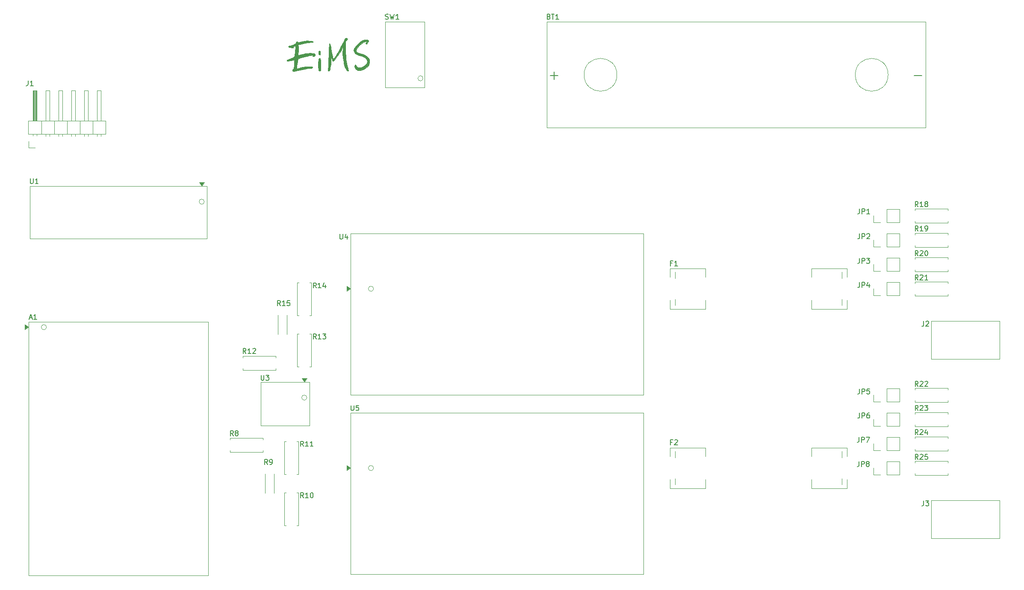
<source format=gto>
G04 #@! TF.GenerationSoftware,KiCad,Pcbnew,(5.1.7-0-10_14)*
G04 #@! TF.CreationDate,2021-05-27T14:06:25+09:00*
G04 #@! TF.ProjectId,EiMS,45694d53-2e6b-4696-9361-645f70636258,1.0*
G04 #@! TF.SameCoordinates,Original*
G04 #@! TF.FileFunction,Legend,Top*
G04 #@! TF.FilePolarity,Positive*
%FSLAX46Y46*%
G04 Gerber Fmt 4.6, Leading zero omitted, Abs format (unit mm)*
G04 Created by KiCad (PCBNEW (5.1.7-0-10_14)) date 2021-05-27 14:06:25*
%MOMM*%
%LPD*%
G01*
G04 APERTURE LIST*
%ADD10C,0.120000*%
%ADD11C,0.100000*%
%ADD12C,0.010000*%
%ADD13C,0.150000*%
G04 APERTURE END LIST*
D10*
X86002000Y-74892000D02*
X50950000Y-74892000D01*
X50950000Y-74892000D02*
X50950000Y-85306000D01*
X50950000Y-85306000D02*
X86002000Y-85306000D01*
X86002000Y-85306000D02*
X86002000Y-74892000D01*
X85494000Y-77940000D02*
G75*
G03*
X85494000Y-77940000I-508000J0D01*
G01*
D11*
G36*
X84986000Y-74892000D02*
G01*
X84478000Y-74130000D01*
X85494000Y-74130000D01*
X84986000Y-74892000D01*
G37*
X84986000Y-74892000D02*
X84478000Y-74130000D01*
X85494000Y-74130000D01*
X84986000Y-74892000D01*
D10*
X54242000Y-102832000D02*
G75*
G03*
X54242000Y-102832000I-508000J0D01*
G01*
X50686000Y-101816000D02*
X50686000Y-152108000D01*
X50686000Y-152108000D02*
X86246000Y-152108000D01*
X86246000Y-152108000D02*
X86246000Y-101816000D01*
X86246000Y-101816000D02*
X50686000Y-101816000D01*
D11*
G36*
X50686000Y-102832000D02*
G01*
X49924000Y-103340000D01*
X49924000Y-102324000D01*
X50686000Y-102832000D01*
G37*
X50686000Y-102832000D02*
X49924000Y-103340000D01*
X49924000Y-102324000D01*
X50686000Y-102832000D01*
D10*
X114476000Y-119852000D02*
X114476000Y-151852000D01*
X114476000Y-119852000D02*
X172476000Y-119852000D01*
X114476000Y-151852000D02*
X172476000Y-151852000D01*
X172476000Y-119852000D02*
X172476000Y-151852000D01*
D11*
G36*
X113678000Y-131280000D02*
G01*
X113678000Y-130264000D01*
X114440000Y-130772000D01*
X113678000Y-131280000D01*
G37*
X113678000Y-131280000D02*
X113678000Y-130264000D01*
X114440000Y-130772000D01*
X113678000Y-131280000D01*
D10*
X119012000Y-130772000D02*
G75*
G03*
X119012000Y-130772000I-508000J0D01*
G01*
X114476000Y-84292000D02*
X114476000Y-116292000D01*
X114476000Y-84292000D02*
X172476000Y-84292000D01*
X114476000Y-116292000D02*
X172476000Y-116292000D01*
X172476000Y-84292000D02*
X172476000Y-116292000D01*
D11*
G36*
X113678000Y-95720000D02*
G01*
X113678000Y-94704000D01*
X114440000Y-95212000D01*
X113678000Y-95720000D01*
G37*
X113678000Y-95720000D02*
X113678000Y-94704000D01*
X114440000Y-95212000D01*
X113678000Y-95720000D01*
D10*
X119012000Y-95212000D02*
G75*
G03*
X119012000Y-95212000I-508000J0D01*
G01*
X153312000Y-63279000D02*
X228312000Y-63279000D01*
X228312000Y-63279000D02*
X228312000Y-42279000D01*
X228312000Y-42279000D02*
X153312000Y-42279000D01*
X153312000Y-42279000D02*
X153312000Y-63279000D01*
X167212000Y-52779000D02*
G75*
G03*
X167212000Y-52779000I-3250000J0D01*
G01*
X220912000Y-52779000D02*
G75*
G03*
X220912000Y-52779000I-3250000J0D01*
G01*
D12*
G36*
X108303619Y-47986252D02*
G01*
X108379286Y-48009207D01*
X108424093Y-48070643D01*
X108448414Y-48199756D01*
X108462623Y-48425741D01*
X108463026Y-48434875D01*
X108467632Y-48671476D01*
X108452960Y-48805161D01*
X108415144Y-48859076D01*
X108391426Y-48863500D01*
X108274757Y-48818658D01*
X108230152Y-48778072D01*
X108149848Y-48611529D01*
X108107599Y-48385730D01*
X108114291Y-48165478D01*
X108121524Y-48131463D01*
X108181505Y-48008647D01*
X108292804Y-47984865D01*
X108303619Y-47986252D01*
G37*
X108303619Y-47986252D02*
X108379286Y-48009207D01*
X108424093Y-48070643D01*
X108448414Y-48199756D01*
X108462623Y-48425741D01*
X108463026Y-48434875D01*
X108467632Y-48671476D01*
X108452960Y-48805161D01*
X108415144Y-48859076D01*
X108391426Y-48863500D01*
X108274757Y-48818658D01*
X108230152Y-48778072D01*
X108149848Y-48611529D01*
X108107599Y-48385730D01*
X108114291Y-48165478D01*
X108121524Y-48131463D01*
X108181505Y-48008647D01*
X108292804Y-47984865D01*
X108303619Y-47986252D01*
G36*
X117792752Y-45834614D02*
G01*
X117966177Y-45929755D01*
X118028004Y-46077028D01*
X117975214Y-46267188D01*
X117804787Y-46490992D01*
X117752972Y-46542156D01*
X117608271Y-46658552D01*
X117514972Y-46678271D01*
X117486090Y-46659490D01*
X117461999Y-46575632D01*
X117527628Y-46441568D01*
X117561373Y-46393989D01*
X117643756Y-46258566D01*
X117668046Y-46166116D01*
X117662343Y-46154177D01*
X117582430Y-46147647D01*
X117423108Y-46177294D01*
X117285854Y-46216036D01*
X116999537Y-46345588D01*
X116687384Y-46550253D01*
X116372739Y-46807382D01*
X116078948Y-47094327D01*
X115829355Y-47388440D01*
X115647305Y-47667071D01*
X115559389Y-47890988D01*
X115551721Y-48049751D01*
X115613592Y-48180822D01*
X115759320Y-48295810D01*
X116003225Y-48406323D01*
X116328595Y-48514617D01*
X116944103Y-48735485D01*
X117442444Y-48988428D01*
X117822339Y-49271841D01*
X118082507Y-49584120D01*
X118221669Y-49923660D01*
X118238544Y-50288857D01*
X118131853Y-50678106D01*
X118104256Y-50740310D01*
X117901689Y-51062111D01*
X117621328Y-51350454D01*
X117286269Y-51594617D01*
X116919602Y-51783878D01*
X116544422Y-51907513D01*
X116183821Y-51954800D01*
X115860892Y-51915018D01*
X115708628Y-51852643D01*
X115446399Y-51649771D01*
X115296041Y-51391719D01*
X115259153Y-51140884D01*
X115285119Y-50916416D01*
X115346219Y-50787241D01*
X115428400Y-50761997D01*
X115517608Y-50849323D01*
X115566015Y-50952253D01*
X115707314Y-51160792D01*
X115929623Y-51297776D01*
X116204574Y-51356187D01*
X116503796Y-51329005D01*
X116738693Y-51242394D01*
X117146506Y-50996141D01*
X117453592Y-50728867D01*
X117655324Y-50449771D01*
X117747076Y-50168048D01*
X117724221Y-49892894D01*
X117582131Y-49633506D01*
X117560830Y-49608383D01*
X117325336Y-49406684D01*
X116988024Y-49211542D01*
X116573921Y-49035709D01*
X116205452Y-48917869D01*
X115863296Y-48813829D01*
X115615566Y-48713070D01*
X115431053Y-48600287D01*
X115283860Y-48465889D01*
X115128371Y-48216381D01*
X115094726Y-47931285D01*
X115182933Y-47610578D01*
X115393001Y-47254236D01*
X115724938Y-46862236D01*
X115927439Y-46661515D01*
X116370709Y-46279962D01*
X116775759Y-46012268D01*
X117150679Y-45854036D01*
X117503557Y-45800868D01*
X117510750Y-45800846D01*
X117792752Y-45834614D01*
G37*
X117792752Y-45834614D02*
X117966177Y-45929755D01*
X118028004Y-46077028D01*
X117975214Y-46267188D01*
X117804787Y-46490992D01*
X117752972Y-46542156D01*
X117608271Y-46658552D01*
X117514972Y-46678271D01*
X117486090Y-46659490D01*
X117461999Y-46575632D01*
X117527628Y-46441568D01*
X117561373Y-46393989D01*
X117643756Y-46258566D01*
X117668046Y-46166116D01*
X117662343Y-46154177D01*
X117582430Y-46147647D01*
X117423108Y-46177294D01*
X117285854Y-46216036D01*
X116999537Y-46345588D01*
X116687384Y-46550253D01*
X116372739Y-46807382D01*
X116078948Y-47094327D01*
X115829355Y-47388440D01*
X115647305Y-47667071D01*
X115559389Y-47890988D01*
X115551721Y-48049751D01*
X115613592Y-48180822D01*
X115759320Y-48295810D01*
X116003225Y-48406323D01*
X116328595Y-48514617D01*
X116944103Y-48735485D01*
X117442444Y-48988428D01*
X117822339Y-49271841D01*
X118082507Y-49584120D01*
X118221669Y-49923660D01*
X118238544Y-50288857D01*
X118131853Y-50678106D01*
X118104256Y-50740310D01*
X117901689Y-51062111D01*
X117621328Y-51350454D01*
X117286269Y-51594617D01*
X116919602Y-51783878D01*
X116544422Y-51907513D01*
X116183821Y-51954800D01*
X115860892Y-51915018D01*
X115708628Y-51852643D01*
X115446399Y-51649771D01*
X115296041Y-51391719D01*
X115259153Y-51140884D01*
X115285119Y-50916416D01*
X115346219Y-50787241D01*
X115428400Y-50761997D01*
X115517608Y-50849323D01*
X115566015Y-50952253D01*
X115707314Y-51160792D01*
X115929623Y-51297776D01*
X116204574Y-51356187D01*
X116503796Y-51329005D01*
X116738693Y-51242394D01*
X117146506Y-50996141D01*
X117453592Y-50728867D01*
X117655324Y-50449771D01*
X117747076Y-50168048D01*
X117724221Y-49892894D01*
X117582131Y-49633506D01*
X117560830Y-49608383D01*
X117325336Y-49406684D01*
X116988024Y-49211542D01*
X116573921Y-49035709D01*
X116205452Y-48917869D01*
X115863296Y-48813829D01*
X115615566Y-48713070D01*
X115431053Y-48600287D01*
X115283860Y-48465889D01*
X115128371Y-48216381D01*
X115094726Y-47931285D01*
X115182933Y-47610578D01*
X115393001Y-47254236D01*
X115724938Y-46862236D01*
X115927439Y-46661515D01*
X116370709Y-46279962D01*
X116775759Y-46012268D01*
X117150679Y-45854036D01*
X117503557Y-45800868D01*
X117510750Y-45800846D01*
X117792752Y-45834614D01*
G36*
X113776350Y-45526464D02*
G01*
X113850078Y-45613313D01*
X113813631Y-45760731D01*
X113688452Y-45945216D01*
X113487338Y-46195475D01*
X113485295Y-47735862D01*
X113485898Y-48245658D01*
X113490379Y-48655045D01*
X113500480Y-48990596D01*
X113517943Y-49278886D01*
X113544511Y-49546487D01*
X113581926Y-49819973D01*
X113631931Y-50125917D01*
X113648135Y-50219358D01*
X113716723Y-50587659D01*
X113790827Y-50945636D01*
X113862731Y-51258416D01*
X113924726Y-51491127D01*
X113940268Y-51540201D01*
X114001273Y-51746687D01*
X114032913Y-51906727D01*
X114030261Y-51978217D01*
X113940316Y-52036788D01*
X113816428Y-51974821D01*
X113657533Y-51791740D01*
X113641000Y-51768625D01*
X113514896Y-51574579D01*
X113410020Y-51371437D01*
X113316848Y-51133233D01*
X113225855Y-50834007D01*
X113127518Y-50447795D01*
X113075876Y-50228070D01*
X112937922Y-49397923D01*
X112891172Y-48518777D01*
X112937736Y-47632135D01*
X112941972Y-47593500D01*
X112988263Y-47180750D01*
X112663530Y-47778923D01*
X112487316Y-48091764D01*
X112290502Y-48422864D01*
X112105223Y-48718751D01*
X112033830Y-48826673D01*
X111870879Y-49055364D01*
X111681218Y-49303819D01*
X111483671Y-49549457D01*
X111297059Y-49769700D01*
X111140204Y-49941968D01*
X111031929Y-50043681D01*
X111005935Y-50059751D01*
X110953518Y-50018127D01*
X110872571Y-49888262D01*
X110793544Y-49726376D01*
X110708792Y-49540448D01*
X110645487Y-49412170D01*
X110619925Y-49372033D01*
X110610812Y-49431098D01*
X110600170Y-49589136D01*
X110589677Y-49818162D01*
X110584728Y-49959408D01*
X110566566Y-50295881D01*
X110534388Y-50661023D01*
X110492034Y-51026838D01*
X110443343Y-51365334D01*
X110392158Y-51648518D01*
X110342317Y-51848396D01*
X110316720Y-51912956D01*
X110207848Y-52014100D01*
X110115815Y-52038500D01*
X110052296Y-52031848D01*
X110015402Y-51995487D01*
X110000935Y-51904805D01*
X110004696Y-51735188D01*
X110021022Y-51482875D01*
X110032638Y-51282347D01*
X110047267Y-50975127D01*
X110064093Y-50581464D01*
X110082303Y-50121605D01*
X110101080Y-49615802D01*
X110119609Y-49084302D01*
X110129022Y-48800000D01*
X110147203Y-48291431D01*
X110167150Y-47822872D01*
X110187967Y-47409563D01*
X110208756Y-47066744D01*
X110228620Y-46809656D01*
X110246662Y-46653540D01*
X110257799Y-46612424D01*
X110321482Y-46579857D01*
X110377537Y-46628943D01*
X110430182Y-46770988D01*
X110483637Y-47017301D01*
X110540948Y-47371250D01*
X110668853Y-48155240D01*
X110802958Y-48817186D01*
X110925980Y-49299510D01*
X111023841Y-49640270D01*
X111175128Y-49498144D01*
X111268769Y-49384476D01*
X111409292Y-49181797D01*
X111582930Y-48912682D01*
X111775915Y-48599702D01*
X111974481Y-48265430D01*
X112164861Y-47932439D01*
X112333289Y-47623302D01*
X112413893Y-47467017D01*
X112554232Y-47200289D01*
X112726160Y-46891511D01*
X112893316Y-46605927D01*
X112898958Y-46596618D01*
X113034710Y-46355919D01*
X113145013Y-46128951D01*
X113210139Y-45957141D01*
X113216736Y-45929350D01*
X113275973Y-45695013D01*
X113357047Y-45562302D01*
X113482032Y-45505841D01*
X113591977Y-45497999D01*
X113776350Y-45526464D01*
G37*
X113776350Y-45526464D02*
X113850078Y-45613313D01*
X113813631Y-45760731D01*
X113688452Y-45945216D01*
X113487338Y-46195475D01*
X113485295Y-47735862D01*
X113485898Y-48245658D01*
X113490379Y-48655045D01*
X113500480Y-48990596D01*
X113517943Y-49278886D01*
X113544511Y-49546487D01*
X113581926Y-49819973D01*
X113631931Y-50125917D01*
X113648135Y-50219358D01*
X113716723Y-50587659D01*
X113790827Y-50945636D01*
X113862731Y-51258416D01*
X113924726Y-51491127D01*
X113940268Y-51540201D01*
X114001273Y-51746687D01*
X114032913Y-51906727D01*
X114030261Y-51978217D01*
X113940316Y-52036788D01*
X113816428Y-51974821D01*
X113657533Y-51791740D01*
X113641000Y-51768625D01*
X113514896Y-51574579D01*
X113410020Y-51371437D01*
X113316848Y-51133233D01*
X113225855Y-50834007D01*
X113127518Y-50447795D01*
X113075876Y-50228070D01*
X112937922Y-49397923D01*
X112891172Y-48518777D01*
X112937736Y-47632135D01*
X112941972Y-47593500D01*
X112988263Y-47180750D01*
X112663530Y-47778923D01*
X112487316Y-48091764D01*
X112290502Y-48422864D01*
X112105223Y-48718751D01*
X112033830Y-48826673D01*
X111870879Y-49055364D01*
X111681218Y-49303819D01*
X111483671Y-49549457D01*
X111297059Y-49769700D01*
X111140204Y-49941968D01*
X111031929Y-50043681D01*
X111005935Y-50059751D01*
X110953518Y-50018127D01*
X110872571Y-49888262D01*
X110793544Y-49726376D01*
X110708792Y-49540448D01*
X110645487Y-49412170D01*
X110619925Y-49372033D01*
X110610812Y-49431098D01*
X110600170Y-49589136D01*
X110589677Y-49818162D01*
X110584728Y-49959408D01*
X110566566Y-50295881D01*
X110534388Y-50661023D01*
X110492034Y-51026838D01*
X110443343Y-51365334D01*
X110392158Y-51648518D01*
X110342317Y-51848396D01*
X110316720Y-51912956D01*
X110207848Y-52014100D01*
X110115815Y-52038500D01*
X110052296Y-52031848D01*
X110015402Y-51995487D01*
X110000935Y-51904805D01*
X110004696Y-51735188D01*
X110021022Y-51482875D01*
X110032638Y-51282347D01*
X110047267Y-50975127D01*
X110064093Y-50581464D01*
X110082303Y-50121605D01*
X110101080Y-49615802D01*
X110119609Y-49084302D01*
X110129022Y-48800000D01*
X110147203Y-48291431D01*
X110167150Y-47822872D01*
X110187967Y-47409563D01*
X110208756Y-47066744D01*
X110228620Y-46809656D01*
X110246662Y-46653540D01*
X110257799Y-46612424D01*
X110321482Y-46579857D01*
X110377537Y-46628943D01*
X110430182Y-46770988D01*
X110483637Y-47017301D01*
X110540948Y-47371250D01*
X110668853Y-48155240D01*
X110802958Y-48817186D01*
X110925980Y-49299510D01*
X111023841Y-49640270D01*
X111175128Y-49498144D01*
X111268769Y-49384476D01*
X111409292Y-49181797D01*
X111582930Y-48912682D01*
X111775915Y-48599702D01*
X111974481Y-48265430D01*
X112164861Y-47932439D01*
X112333289Y-47623302D01*
X112413893Y-47467017D01*
X112554232Y-47200289D01*
X112726160Y-46891511D01*
X112893316Y-46605927D01*
X112898958Y-46596618D01*
X113034710Y-46355919D01*
X113145013Y-46128951D01*
X113210139Y-45957141D01*
X113216736Y-45929350D01*
X113275973Y-45695013D01*
X113357047Y-45562302D01*
X113482032Y-45505841D01*
X113591977Y-45497999D01*
X113776350Y-45526464D01*
G36*
X108378087Y-49464918D02*
G01*
X108392905Y-49473472D01*
X108434299Y-49510970D01*
X108465983Y-49577861D01*
X108490184Y-49691943D01*
X108509127Y-49871011D01*
X108525040Y-50132863D01*
X108540149Y-50495295D01*
X108547821Y-50711722D01*
X108561166Y-51156277D01*
X108564960Y-51489706D01*
X108556856Y-51727679D01*
X108534506Y-51885867D01*
X108495561Y-51979938D01*
X108437674Y-52025564D01*
X108358495Y-52038414D01*
X108349000Y-52038500D01*
X108217900Y-51996719D01*
X108174800Y-51959125D01*
X108124257Y-51828442D01*
X108086293Y-51594330D01*
X108062368Y-51279873D01*
X108053944Y-50908153D01*
X108062483Y-50502255D01*
X108071491Y-50326927D01*
X108102947Y-49941392D01*
X108145527Y-49672536D01*
X108203038Y-49510245D01*
X108279289Y-49444410D01*
X108378087Y-49464918D01*
G37*
X108378087Y-49464918D02*
X108392905Y-49473472D01*
X108434299Y-49510970D01*
X108465983Y-49577861D01*
X108490184Y-49691943D01*
X108509127Y-49871011D01*
X108525040Y-50132863D01*
X108540149Y-50495295D01*
X108547821Y-50711722D01*
X108561166Y-51156277D01*
X108564960Y-51489706D01*
X108556856Y-51727679D01*
X108534506Y-51885867D01*
X108495561Y-51979938D01*
X108437674Y-52025564D01*
X108358495Y-52038414D01*
X108349000Y-52038500D01*
X108217900Y-51996719D01*
X108174800Y-51959125D01*
X108124257Y-51828442D01*
X108086293Y-51594330D01*
X108062368Y-51279873D01*
X108053944Y-50908153D01*
X108062483Y-50502255D01*
X108071491Y-50326927D01*
X108102947Y-49941392D01*
X108145527Y-49672536D01*
X108203038Y-49510245D01*
X108279289Y-49444410D01*
X108378087Y-49464918D01*
G36*
X106347272Y-46037306D02*
G01*
X106650095Y-46068896D01*
X106847125Y-46100577D01*
X106959423Y-46138503D01*
X107008051Y-46188826D01*
X107015500Y-46232529D01*
X106979456Y-46288325D01*
X106857099Y-46316724D01*
X106668469Y-46323500D01*
X106483390Y-46337725D01*
X106203928Y-46376712D01*
X105859033Y-46434931D01*
X105477656Y-46506850D01*
X105088747Y-46586938D01*
X104721258Y-46669664D01*
X104404139Y-46749496D01*
X104328026Y-46770659D01*
X104085302Y-46840008D01*
X104122015Y-47232629D01*
X104133163Y-47473735D01*
X104132111Y-47788766D01*
X104119476Y-48125296D01*
X104109702Y-48276125D01*
X104092889Y-48545809D01*
X104086138Y-48760983D01*
X104089867Y-48895247D01*
X104099397Y-48927000D01*
X104175858Y-48907845D01*
X104334115Y-48858232D01*
X104491876Y-48805289D01*
X104989386Y-48659883D01*
X105508153Y-48553907D01*
X106019683Y-48489983D01*
X106495483Y-48470738D01*
X106907061Y-48498797D01*
X107174250Y-48558152D01*
X107338153Y-48624693D01*
X107411466Y-48703290D01*
X107428250Y-48829387D01*
X107408585Y-48961044D01*
X107326812Y-49045670D01*
X107188700Y-49108144D01*
X106996381Y-49161611D01*
X106901024Y-49140799D01*
X106906345Y-49047419D01*
X106936353Y-48991957D01*
X106973811Y-48915773D01*
X106938152Y-48889945D01*
X106805275Y-48901588D01*
X106775199Y-48905809D01*
X106614952Y-48934888D01*
X106368565Y-48987158D01*
X106059446Y-49056919D01*
X105711001Y-49138471D01*
X105346639Y-49226115D01*
X104989767Y-49314151D01*
X104663792Y-49396879D01*
X104392121Y-49468599D01*
X104198163Y-49523613D01*
X104106316Y-49555676D01*
X104058920Y-49602904D01*
X104017465Y-49701173D01*
X103977920Y-49868381D01*
X103936254Y-50122428D01*
X103888437Y-50481212D01*
X103876862Y-50574593D01*
X103838184Y-50909388D01*
X103809463Y-51197929D01*
X103792590Y-51417565D01*
X103789457Y-51545649D01*
X103793846Y-51568513D01*
X103866015Y-51566438D01*
X104028549Y-51530922D01*
X104251423Y-51468960D01*
X104345416Y-51440022D01*
X104970191Y-51273700D01*
X105600107Y-51173746D01*
X106276816Y-51131457D01*
X106553932Y-51128197D01*
X106731590Y-51137669D01*
X106837053Y-51164215D01*
X106897584Y-51212177D01*
X106911816Y-51232594D01*
X106935828Y-51354632D01*
X106855403Y-51445384D01*
X106691899Y-51491013D01*
X106520102Y-51486337D01*
X106338206Y-51485214D01*
X106058618Y-51512040D01*
X105706456Y-51562419D01*
X105306840Y-51631953D01*
X104884890Y-51716244D01*
X104465724Y-51810897D01*
X104074461Y-51911514D01*
X104046206Y-51919384D01*
X103657797Y-52021552D01*
X103370923Y-52079639D01*
X103168552Y-52095072D01*
X103033653Y-52069276D01*
X102954868Y-52010809D01*
X102920054Y-51881872D01*
X102980413Y-51734206D01*
X103118308Y-51607415D01*
X103140024Y-51595057D01*
X103189853Y-51556988D01*
X103225044Y-51490916D01*
X103248863Y-51375538D01*
X103264576Y-51189554D01*
X103275449Y-50911662D01*
X103281443Y-50672745D01*
X103285989Y-50359527D01*
X103285005Y-50097653D01*
X103278944Y-49910242D01*
X103268261Y-49820416D01*
X103264650Y-49815893D01*
X103187985Y-49832625D01*
X103031255Y-49875324D01*
X102914096Y-49909382D01*
X102662809Y-49966500D01*
X102370755Y-50008581D01*
X102219946Y-50020507D01*
X102008368Y-50026253D01*
X101894085Y-50012651D01*
X101847866Y-49971291D01*
X101840250Y-49911250D01*
X101888240Y-49801762D01*
X101999000Y-49763344D01*
X102124065Y-49729534D01*
X102330918Y-49655667D01*
X102585750Y-49554286D01*
X102745715Y-49486297D01*
X103040475Y-49350494D01*
X103230922Y-49243146D01*
X103333617Y-49153731D01*
X103362538Y-49094452D01*
X103378126Y-48989535D01*
X103401484Y-48794016D01*
X103430048Y-48533708D01*
X103461254Y-48234425D01*
X103492538Y-47921979D01*
X103521335Y-47622186D01*
X103545082Y-47360858D01*
X103561213Y-47163808D01*
X103567165Y-47056851D01*
X103566117Y-47045073D01*
X103506342Y-47059705D01*
X103371476Y-47108761D01*
X103323616Y-47127667D01*
X103172464Y-47203547D01*
X103119910Y-47282916D01*
X103127094Y-47352859D01*
X103137983Y-47441384D01*
X103082677Y-47458258D01*
X102977227Y-47432926D01*
X102790194Y-47397114D01*
X102565690Y-47375883D01*
X102524518Y-47374412D01*
X102304824Y-47341216D01*
X102174478Y-47268824D01*
X102139200Y-47179753D01*
X102204709Y-47096519D01*
X102376727Y-47041641D01*
X102438267Y-47034897D01*
X102586864Y-47001753D01*
X102807055Y-46927156D01*
X103056515Y-46825794D01*
X103111113Y-46801366D01*
X103364148Y-46678402D01*
X103523627Y-46577568D01*
X103615871Y-46479064D01*
X103658641Y-46389505D01*
X103749349Y-46246225D01*
X103868548Y-46194885D01*
X103981344Y-46245311D01*
X104013300Y-46289617D01*
X104057547Y-46335952D01*
X104138024Y-46344102D01*
X104285108Y-46312156D01*
X104453689Y-46261890D01*
X104915639Y-46146071D01*
X105420900Y-46065902D01*
X105916653Y-46027646D01*
X106347272Y-46037306D01*
G37*
X106347272Y-46037306D02*
X106650095Y-46068896D01*
X106847125Y-46100577D01*
X106959423Y-46138503D01*
X107008051Y-46188826D01*
X107015500Y-46232529D01*
X106979456Y-46288325D01*
X106857099Y-46316724D01*
X106668469Y-46323500D01*
X106483390Y-46337725D01*
X106203928Y-46376712D01*
X105859033Y-46434931D01*
X105477656Y-46506850D01*
X105088747Y-46586938D01*
X104721258Y-46669664D01*
X104404139Y-46749496D01*
X104328026Y-46770659D01*
X104085302Y-46840008D01*
X104122015Y-47232629D01*
X104133163Y-47473735D01*
X104132111Y-47788766D01*
X104119476Y-48125296D01*
X104109702Y-48276125D01*
X104092889Y-48545809D01*
X104086138Y-48760983D01*
X104089867Y-48895247D01*
X104099397Y-48927000D01*
X104175858Y-48907845D01*
X104334115Y-48858232D01*
X104491876Y-48805289D01*
X104989386Y-48659883D01*
X105508153Y-48553907D01*
X106019683Y-48489983D01*
X106495483Y-48470738D01*
X106907061Y-48498797D01*
X107174250Y-48558152D01*
X107338153Y-48624693D01*
X107411466Y-48703290D01*
X107428250Y-48829387D01*
X107408585Y-48961044D01*
X107326812Y-49045670D01*
X107188700Y-49108144D01*
X106996381Y-49161611D01*
X106901024Y-49140799D01*
X106906345Y-49047419D01*
X106936353Y-48991957D01*
X106973811Y-48915773D01*
X106938152Y-48889945D01*
X106805275Y-48901588D01*
X106775199Y-48905809D01*
X106614952Y-48934888D01*
X106368565Y-48987158D01*
X106059446Y-49056919D01*
X105711001Y-49138471D01*
X105346639Y-49226115D01*
X104989767Y-49314151D01*
X104663792Y-49396879D01*
X104392121Y-49468599D01*
X104198163Y-49523613D01*
X104106316Y-49555676D01*
X104058920Y-49602904D01*
X104017465Y-49701173D01*
X103977920Y-49868381D01*
X103936254Y-50122428D01*
X103888437Y-50481212D01*
X103876862Y-50574593D01*
X103838184Y-50909388D01*
X103809463Y-51197929D01*
X103792590Y-51417565D01*
X103789457Y-51545649D01*
X103793846Y-51568513D01*
X103866015Y-51566438D01*
X104028549Y-51530922D01*
X104251423Y-51468960D01*
X104345416Y-51440022D01*
X104970191Y-51273700D01*
X105600107Y-51173746D01*
X106276816Y-51131457D01*
X106553932Y-51128197D01*
X106731590Y-51137669D01*
X106837053Y-51164215D01*
X106897584Y-51212177D01*
X106911816Y-51232594D01*
X106935828Y-51354632D01*
X106855403Y-51445384D01*
X106691899Y-51491013D01*
X106520102Y-51486337D01*
X106338206Y-51485214D01*
X106058618Y-51512040D01*
X105706456Y-51562419D01*
X105306840Y-51631953D01*
X104884890Y-51716244D01*
X104465724Y-51810897D01*
X104074461Y-51911514D01*
X104046206Y-51919384D01*
X103657797Y-52021552D01*
X103370923Y-52079639D01*
X103168552Y-52095072D01*
X103033653Y-52069276D01*
X102954868Y-52010809D01*
X102920054Y-51881872D01*
X102980413Y-51734206D01*
X103118308Y-51607415D01*
X103140024Y-51595057D01*
X103189853Y-51556988D01*
X103225044Y-51490916D01*
X103248863Y-51375538D01*
X103264576Y-51189554D01*
X103275449Y-50911662D01*
X103281443Y-50672745D01*
X103285989Y-50359527D01*
X103285005Y-50097653D01*
X103278944Y-49910242D01*
X103268261Y-49820416D01*
X103264650Y-49815893D01*
X103187985Y-49832625D01*
X103031255Y-49875324D01*
X102914096Y-49909382D01*
X102662809Y-49966500D01*
X102370755Y-50008581D01*
X102219946Y-50020507D01*
X102008368Y-50026253D01*
X101894085Y-50012651D01*
X101847866Y-49971291D01*
X101840250Y-49911250D01*
X101888240Y-49801762D01*
X101999000Y-49763344D01*
X102124065Y-49729534D01*
X102330918Y-49655667D01*
X102585750Y-49554286D01*
X102745715Y-49486297D01*
X103040475Y-49350494D01*
X103230922Y-49243146D01*
X103333617Y-49153731D01*
X103362538Y-49094452D01*
X103378126Y-48989535D01*
X103401484Y-48794016D01*
X103430048Y-48533708D01*
X103461254Y-48234425D01*
X103492538Y-47921979D01*
X103521335Y-47622186D01*
X103545082Y-47360858D01*
X103561213Y-47163808D01*
X103567165Y-47056851D01*
X103566117Y-47045073D01*
X103506342Y-47059705D01*
X103371476Y-47108761D01*
X103323616Y-47127667D01*
X103172464Y-47203547D01*
X103119910Y-47282916D01*
X103127094Y-47352859D01*
X103137983Y-47441384D01*
X103082677Y-47458258D01*
X102977227Y-47432926D01*
X102790194Y-47397114D01*
X102565690Y-47375883D01*
X102524518Y-47374412D01*
X102304824Y-47341216D01*
X102174478Y-47268824D01*
X102139200Y-47179753D01*
X102204709Y-47096519D01*
X102376727Y-47041641D01*
X102438267Y-47034897D01*
X102586864Y-47001753D01*
X102807055Y-46927156D01*
X103056515Y-46825794D01*
X103111113Y-46801366D01*
X103364148Y-46678402D01*
X103523627Y-46577568D01*
X103615871Y-46479064D01*
X103658641Y-46389505D01*
X103749349Y-46246225D01*
X103868548Y-46194885D01*
X103981344Y-46245311D01*
X104013300Y-46289617D01*
X104057547Y-46335952D01*
X104138024Y-46344102D01*
X104285108Y-46312156D01*
X104453689Y-46261890D01*
X104915639Y-46146071D01*
X105420900Y-46065902D01*
X105916653Y-46027646D01*
X106347272Y-46037306D01*
D10*
X229464000Y-144682000D02*
X242964000Y-144682000D01*
X229464000Y-137182000D02*
X229464000Y-144682000D01*
X242964000Y-137182000D02*
X229464000Y-137182000D01*
X242964000Y-144682000D02*
X242964000Y-137182000D01*
X211738000Y-91910000D02*
X211738000Y-93142000D01*
X211738000Y-97282000D02*
X211738000Y-98514000D01*
X178738000Y-97282000D02*
X178738000Y-98514000D01*
X212738000Y-99262000D02*
X205738000Y-99262000D01*
X212738000Y-97498000D02*
X212738000Y-99262000D01*
X212738000Y-91162000D02*
X205738000Y-91162000D01*
X212738000Y-91162000D02*
X212738000Y-92926000D01*
X205738000Y-91162000D02*
X205738000Y-92926000D01*
X205738000Y-97498000D02*
X205738000Y-99262000D01*
X177738000Y-99262000D02*
X184738000Y-99262000D01*
X184738000Y-92926000D02*
X184738000Y-91162000D01*
X184738000Y-99262000D02*
X184738000Y-97498000D01*
X177738000Y-92926000D02*
X177738000Y-91162000D01*
X178738000Y-91910000D02*
X178738000Y-93142000D01*
X177738000Y-91162000D02*
X184738000Y-91162000D01*
X177738000Y-99262000D02*
X177738000Y-97498000D01*
X177738000Y-134822000D02*
X177738000Y-133058000D01*
X177738000Y-126722000D02*
X184738000Y-126722000D01*
X178738000Y-127470000D02*
X178738000Y-128702000D01*
X177738000Y-128486000D02*
X177738000Y-126722000D01*
X184738000Y-134822000D02*
X184738000Y-133058000D01*
X184738000Y-128486000D02*
X184738000Y-126722000D01*
X177738000Y-134822000D02*
X184738000Y-134822000D01*
X205738000Y-133058000D02*
X205738000Y-134822000D01*
X205738000Y-126722000D02*
X205738000Y-128486000D01*
X212738000Y-126722000D02*
X212738000Y-128486000D01*
X212738000Y-126722000D02*
X205738000Y-126722000D01*
X212738000Y-133058000D02*
X212738000Y-134822000D01*
X212738000Y-134822000D02*
X205738000Y-134822000D01*
X178738000Y-132842000D02*
X178738000Y-134074000D01*
X211738000Y-132842000D02*
X211738000Y-134074000D01*
X211738000Y-127470000D02*
X211738000Y-128702000D01*
X50686000Y-67272000D02*
X50686000Y-66002000D01*
X51956000Y-67272000D02*
X50686000Y-67272000D01*
X65036000Y-64959071D02*
X65036000Y-64562000D01*
X64276000Y-64959071D02*
X64276000Y-64562000D01*
X65036000Y-55902000D02*
X65036000Y-61902000D01*
X64276000Y-55902000D02*
X65036000Y-55902000D01*
X64276000Y-61902000D02*
X64276000Y-55902000D01*
X63386000Y-64562000D02*
X63386000Y-61902000D01*
X62496000Y-64959071D02*
X62496000Y-64562000D01*
X61736000Y-64959071D02*
X61736000Y-64562000D01*
X62496000Y-55902000D02*
X62496000Y-61902000D01*
X61736000Y-55902000D02*
X62496000Y-55902000D01*
X61736000Y-61902000D02*
X61736000Y-55902000D01*
X60846000Y-64562000D02*
X60846000Y-61902000D01*
X59956000Y-64959071D02*
X59956000Y-64562000D01*
X59196000Y-64959071D02*
X59196000Y-64562000D01*
X59956000Y-55902000D02*
X59956000Y-61902000D01*
X59196000Y-55902000D02*
X59956000Y-55902000D01*
X59196000Y-61902000D02*
X59196000Y-55902000D01*
X58306000Y-64562000D02*
X58306000Y-61902000D01*
X57416000Y-64959071D02*
X57416000Y-64562000D01*
X56656000Y-64959071D02*
X56656000Y-64562000D01*
X57416000Y-55902000D02*
X57416000Y-61902000D01*
X56656000Y-55902000D02*
X57416000Y-55902000D01*
X56656000Y-61902000D02*
X56656000Y-55902000D01*
X55766000Y-64562000D02*
X55766000Y-61902000D01*
X54876000Y-64959071D02*
X54876000Y-64562000D01*
X54116000Y-64959071D02*
X54116000Y-64562000D01*
X54876000Y-55902000D02*
X54876000Y-61902000D01*
X54116000Y-55902000D02*
X54876000Y-55902000D01*
X54116000Y-61902000D02*
X54116000Y-55902000D01*
X53226000Y-64562000D02*
X53226000Y-61902000D01*
X52336000Y-64892000D02*
X52336000Y-64562000D01*
X51576000Y-64892000D02*
X51576000Y-64562000D01*
X52236000Y-61902000D02*
X52236000Y-55902000D01*
X52116000Y-61902000D02*
X52116000Y-55902000D01*
X51996000Y-61902000D02*
X51996000Y-55902000D01*
X51876000Y-61902000D02*
X51876000Y-55902000D01*
X51756000Y-61902000D02*
X51756000Y-55902000D01*
X51636000Y-61902000D02*
X51636000Y-55902000D01*
X52336000Y-55902000D02*
X52336000Y-61902000D01*
X51576000Y-55902000D02*
X52336000Y-55902000D01*
X51576000Y-61902000D02*
X51576000Y-55902000D01*
X50626000Y-61902000D02*
X50626000Y-64562000D01*
X65986000Y-61902000D02*
X50626000Y-61902000D01*
X65986000Y-64562000D02*
X65986000Y-61902000D01*
X50626000Y-64562000D02*
X65986000Y-64562000D01*
X242964000Y-109122000D02*
X242964000Y-101622000D01*
X242964000Y-101622000D02*
X229464000Y-101622000D01*
X229464000Y-101622000D02*
X229464000Y-109122000D01*
X229464000Y-109122000D02*
X242964000Y-109122000D01*
X218012000Y-82064000D02*
X218012000Y-80734000D01*
X219342000Y-82064000D02*
X218012000Y-82064000D01*
X220612000Y-82064000D02*
X220612000Y-79404000D01*
X220612000Y-79404000D02*
X223212000Y-79404000D01*
X220612000Y-82064000D02*
X223212000Y-82064000D01*
X223212000Y-82064000D02*
X223212000Y-79404000D01*
X218012000Y-86890000D02*
X218012000Y-85560000D01*
X219342000Y-86890000D02*
X218012000Y-86890000D01*
X220612000Y-86890000D02*
X220612000Y-84230000D01*
X220612000Y-84230000D02*
X223212000Y-84230000D01*
X220612000Y-86890000D02*
X223212000Y-86890000D01*
X223212000Y-86890000D02*
X223212000Y-84230000D01*
X223212000Y-91716000D02*
X223212000Y-89056000D01*
X220612000Y-91716000D02*
X223212000Y-91716000D01*
X220612000Y-89056000D02*
X223212000Y-89056000D01*
X220612000Y-91716000D02*
X220612000Y-89056000D01*
X219342000Y-91716000D02*
X218012000Y-91716000D01*
X218012000Y-91716000D02*
X218012000Y-90386000D01*
X218012000Y-96542000D02*
X218012000Y-95212000D01*
X219342000Y-96542000D02*
X218012000Y-96542000D01*
X220612000Y-96542000D02*
X220612000Y-93882000D01*
X220612000Y-93882000D02*
X223212000Y-93882000D01*
X220612000Y-96542000D02*
X223212000Y-96542000D01*
X223212000Y-96542000D02*
X223212000Y-93882000D01*
X223212000Y-117624000D02*
X223212000Y-114964000D01*
X220612000Y-117624000D02*
X223212000Y-117624000D01*
X220612000Y-114964000D02*
X223212000Y-114964000D01*
X220612000Y-117624000D02*
X220612000Y-114964000D01*
X219342000Y-117624000D02*
X218012000Y-117624000D01*
X218012000Y-117624000D02*
X218012000Y-116294000D01*
X223212000Y-122450000D02*
X223212000Y-119790000D01*
X220612000Y-122450000D02*
X223212000Y-122450000D01*
X220612000Y-119790000D02*
X223212000Y-119790000D01*
X220612000Y-122450000D02*
X220612000Y-119790000D01*
X219342000Y-122450000D02*
X218012000Y-122450000D01*
X218012000Y-122450000D02*
X218012000Y-121120000D01*
X223212000Y-127276000D02*
X223212000Y-124616000D01*
X220612000Y-127276000D02*
X223212000Y-127276000D01*
X220612000Y-124616000D02*
X223212000Y-124616000D01*
X220612000Y-127276000D02*
X220612000Y-124616000D01*
X219342000Y-127276000D02*
X218012000Y-127276000D01*
X218012000Y-127276000D02*
X218012000Y-125946000D01*
X218012000Y-132102000D02*
X218012000Y-130772000D01*
X219342000Y-132102000D02*
X218012000Y-132102000D01*
X220612000Y-132102000D02*
X220612000Y-129442000D01*
X220612000Y-129442000D02*
X223212000Y-129442000D01*
X220612000Y-132102000D02*
X223212000Y-132102000D01*
X223212000Y-132102000D02*
X223212000Y-129442000D01*
X90596000Y-124830000D02*
X90596000Y-125160000D01*
X97136000Y-124830000D02*
X90596000Y-124830000D01*
X97136000Y-125160000D02*
X97136000Y-124830000D01*
X90596000Y-127570000D02*
X90596000Y-127240000D01*
X97136000Y-127570000D02*
X90596000Y-127570000D01*
X97136000Y-127240000D02*
X97136000Y-127570000D01*
X97518000Y-135740000D02*
X97518000Y-131900000D01*
X99358000Y-135740000D02*
X99358000Y-131900000D01*
X104126000Y-135630000D02*
X103796000Y-135630000D01*
X104126000Y-142170000D02*
X104126000Y-135630000D01*
X103796000Y-142170000D02*
X104126000Y-142170000D01*
X101386000Y-135630000D02*
X101716000Y-135630000D01*
X101386000Y-142170000D02*
X101386000Y-135630000D01*
X101716000Y-142170000D02*
X101386000Y-142170000D01*
X101716000Y-132010000D02*
X101386000Y-132010000D01*
X101386000Y-132010000D02*
X101386000Y-125470000D01*
X101386000Y-125470000D02*
X101716000Y-125470000D01*
X103796000Y-132010000D02*
X104126000Y-132010000D01*
X104126000Y-132010000D02*
X104126000Y-125470000D01*
X104126000Y-125470000D02*
X103796000Y-125470000D01*
X99676000Y-110984000D02*
X99676000Y-111314000D01*
X99676000Y-111314000D02*
X93136000Y-111314000D01*
X93136000Y-111314000D02*
X93136000Y-110984000D01*
X99676000Y-108904000D02*
X99676000Y-108574000D01*
X99676000Y-108574000D02*
X93136000Y-108574000D01*
X93136000Y-108574000D02*
X93136000Y-108904000D01*
X104256000Y-110674000D02*
X103926000Y-110674000D01*
X103926000Y-110674000D02*
X103926000Y-104134000D01*
X103926000Y-104134000D02*
X104256000Y-104134000D01*
X106336000Y-110674000D02*
X106666000Y-110674000D01*
X106666000Y-110674000D02*
X106666000Y-104134000D01*
X106666000Y-104134000D02*
X106336000Y-104134000D01*
X104256000Y-100514000D02*
X103926000Y-100514000D01*
X103926000Y-100514000D02*
X103926000Y-93974000D01*
X103926000Y-93974000D02*
X104256000Y-93974000D01*
X106336000Y-100514000D02*
X106666000Y-100514000D01*
X106666000Y-100514000D02*
X106666000Y-93974000D01*
X106666000Y-93974000D02*
X106336000Y-93974000D01*
X101898000Y-104244000D02*
X101898000Y-100404000D01*
X100058000Y-104244000D02*
X100058000Y-100404000D01*
X232772000Y-81774000D02*
X232772000Y-82104000D01*
X232772000Y-82104000D02*
X226232000Y-82104000D01*
X226232000Y-82104000D02*
X226232000Y-81774000D01*
X232772000Y-79694000D02*
X232772000Y-79364000D01*
X232772000Y-79364000D02*
X226232000Y-79364000D01*
X226232000Y-79364000D02*
X226232000Y-79694000D01*
X226232000Y-84190000D02*
X226232000Y-84520000D01*
X232772000Y-84190000D02*
X226232000Y-84190000D01*
X232772000Y-84520000D02*
X232772000Y-84190000D01*
X226232000Y-86930000D02*
X226232000Y-86600000D01*
X232772000Y-86930000D02*
X226232000Y-86930000D01*
X232772000Y-86600000D02*
X232772000Y-86930000D01*
X232772000Y-91426000D02*
X232772000Y-91756000D01*
X232772000Y-91756000D02*
X226232000Y-91756000D01*
X226232000Y-91756000D02*
X226232000Y-91426000D01*
X232772000Y-89346000D02*
X232772000Y-89016000D01*
X232772000Y-89016000D02*
X226232000Y-89016000D01*
X226232000Y-89016000D02*
X226232000Y-89346000D01*
X226232000Y-93842000D02*
X226232000Y-94172000D01*
X232772000Y-93842000D02*
X226232000Y-93842000D01*
X232772000Y-94172000D02*
X232772000Y-93842000D01*
X226232000Y-96582000D02*
X226232000Y-96252000D01*
X232772000Y-96582000D02*
X226232000Y-96582000D01*
X232772000Y-96252000D02*
X232772000Y-96582000D01*
X232772000Y-117334000D02*
X232772000Y-117664000D01*
X232772000Y-117664000D02*
X226232000Y-117664000D01*
X226232000Y-117664000D02*
X226232000Y-117334000D01*
X232772000Y-115254000D02*
X232772000Y-114924000D01*
X232772000Y-114924000D02*
X226232000Y-114924000D01*
X226232000Y-114924000D02*
X226232000Y-115254000D01*
X232772000Y-122160000D02*
X232772000Y-122490000D01*
X232772000Y-122490000D02*
X226232000Y-122490000D01*
X226232000Y-122490000D02*
X226232000Y-122160000D01*
X232772000Y-120080000D02*
X232772000Y-119750000D01*
X232772000Y-119750000D02*
X226232000Y-119750000D01*
X226232000Y-119750000D02*
X226232000Y-120080000D01*
X226232000Y-124576000D02*
X226232000Y-124906000D01*
X232772000Y-124576000D02*
X226232000Y-124576000D01*
X232772000Y-124906000D02*
X232772000Y-124576000D01*
X226232000Y-127316000D02*
X226232000Y-126986000D01*
X232772000Y-127316000D02*
X226232000Y-127316000D01*
X232772000Y-126986000D02*
X232772000Y-127316000D01*
X232772000Y-131812000D02*
X232772000Y-132142000D01*
X232772000Y-132142000D02*
X226232000Y-132142000D01*
X226232000Y-132142000D02*
X226232000Y-131812000D01*
X232772000Y-129732000D02*
X232772000Y-129402000D01*
X232772000Y-129402000D02*
X226232000Y-129402000D01*
X226232000Y-129402000D02*
X226232000Y-129732000D01*
X121354000Y-55279000D02*
X121354000Y-42279000D01*
X121354000Y-42279000D02*
X129154000Y-42279000D01*
X129154000Y-55279000D02*
X129154000Y-42279000D01*
X121354000Y-55279000D02*
X129154000Y-55279000D01*
X128810000Y-53479000D02*
G75*
G03*
X128810000Y-53479000I-508000J0D01*
G01*
X106312000Y-122390000D02*
X106312000Y-113754000D01*
X106312000Y-113754000D02*
X96660000Y-113754000D01*
X96660000Y-113754000D02*
X96660000Y-122390000D01*
X96660000Y-122390000D02*
X106312000Y-122390000D01*
D11*
G36*
X104788000Y-112992000D02*
G01*
X105804000Y-112992000D01*
X105296000Y-113754000D01*
X104788000Y-112992000D01*
G37*
X104788000Y-112992000D02*
X105804000Y-112992000D01*
X105296000Y-113754000D01*
X104788000Y-112992000D01*
D10*
X105804000Y-116802000D02*
G75*
G03*
X105804000Y-116802000I-508000J0D01*
G01*
D13*
X51038095Y-73328380D02*
X51038095Y-74137904D01*
X51085714Y-74233142D01*
X51133333Y-74280761D01*
X51228571Y-74328380D01*
X51419047Y-74328380D01*
X51514285Y-74280761D01*
X51561904Y-74233142D01*
X51609523Y-74137904D01*
X51609523Y-73328380D01*
X52609523Y-74328380D02*
X52038095Y-74328380D01*
X52323809Y-74328380D02*
X52323809Y-73328380D01*
X52228571Y-73471238D01*
X52133333Y-73566476D01*
X52038095Y-73614095D01*
X50885714Y-100966666D02*
X51361904Y-100966666D01*
X50790476Y-101252380D02*
X51123809Y-100252380D01*
X51457142Y-101252380D01*
X52314285Y-101252380D02*
X51742857Y-101252380D01*
X52028571Y-101252380D02*
X52028571Y-100252380D01*
X51933333Y-100395238D01*
X51838095Y-100490476D01*
X51742857Y-100538095D01*
X114538095Y-118352380D02*
X114538095Y-119161904D01*
X114585714Y-119257142D01*
X114633333Y-119304761D01*
X114728571Y-119352380D01*
X114919047Y-119352380D01*
X115014285Y-119304761D01*
X115061904Y-119257142D01*
X115109523Y-119161904D01*
X115109523Y-118352380D01*
X116061904Y-118352380D02*
X115585714Y-118352380D01*
X115538095Y-118828571D01*
X115585714Y-118780952D01*
X115680952Y-118733333D01*
X115919047Y-118733333D01*
X116014285Y-118780952D01*
X116061904Y-118828571D01*
X116109523Y-118923809D01*
X116109523Y-119161904D01*
X116061904Y-119257142D01*
X116014285Y-119304761D01*
X115919047Y-119352380D01*
X115680952Y-119352380D01*
X115585714Y-119304761D01*
X115538095Y-119257142D01*
X112338095Y-84352380D02*
X112338095Y-85161904D01*
X112385714Y-85257142D01*
X112433333Y-85304761D01*
X112528571Y-85352380D01*
X112719047Y-85352380D01*
X112814285Y-85304761D01*
X112861904Y-85257142D01*
X112909523Y-85161904D01*
X112909523Y-84352380D01*
X113814285Y-84685714D02*
X113814285Y-85352380D01*
X113576190Y-84304761D02*
X113338095Y-85019047D01*
X113957142Y-85019047D01*
X153714285Y-41228571D02*
X153857142Y-41276190D01*
X153904761Y-41323809D01*
X153952380Y-41419047D01*
X153952380Y-41561904D01*
X153904761Y-41657142D01*
X153857142Y-41704761D01*
X153761904Y-41752380D01*
X153380952Y-41752380D01*
X153380952Y-40752380D01*
X153714285Y-40752380D01*
X153809523Y-40800000D01*
X153857142Y-40847619D01*
X153904761Y-40942857D01*
X153904761Y-41038095D01*
X153857142Y-41133333D01*
X153809523Y-41180952D01*
X153714285Y-41228571D01*
X153380952Y-41228571D01*
X154238095Y-40752380D02*
X154809523Y-40752380D01*
X154523809Y-41752380D02*
X154523809Y-40752380D01*
X155666666Y-41752380D02*
X155095238Y-41752380D01*
X155380952Y-41752380D02*
X155380952Y-40752380D01*
X155285714Y-40895238D01*
X155190476Y-40990476D01*
X155095238Y-41038095D01*
X226050095Y-52921857D02*
X227573904Y-52921857D01*
X154050095Y-52921857D02*
X155573904Y-52921857D01*
X154812000Y-53683761D02*
X154812000Y-52159952D01*
X227966666Y-137252380D02*
X227966666Y-137966666D01*
X227919047Y-138109523D01*
X227823809Y-138204761D01*
X227680952Y-138252380D01*
X227585714Y-138252380D01*
X228347619Y-137252380D02*
X228966666Y-137252380D01*
X228633333Y-137633333D01*
X228776190Y-137633333D01*
X228871428Y-137680952D01*
X228919047Y-137728571D01*
X228966666Y-137823809D01*
X228966666Y-138061904D01*
X228919047Y-138157142D01*
X228871428Y-138204761D01*
X228776190Y-138252380D01*
X228490476Y-138252380D01*
X228395238Y-138204761D01*
X228347619Y-138157142D01*
X178166666Y-90128571D02*
X177833333Y-90128571D01*
X177833333Y-90652380D02*
X177833333Y-89652380D01*
X178309523Y-89652380D01*
X179214285Y-90652380D02*
X178642857Y-90652380D01*
X178928571Y-90652380D02*
X178928571Y-89652380D01*
X178833333Y-89795238D01*
X178738095Y-89890476D01*
X178642857Y-89938095D01*
X178166666Y-125628571D02*
X177833333Y-125628571D01*
X177833333Y-126152380D02*
X177833333Y-125152380D01*
X178309523Y-125152380D01*
X178642857Y-125247619D02*
X178690476Y-125200000D01*
X178785714Y-125152380D01*
X179023809Y-125152380D01*
X179119047Y-125200000D01*
X179166666Y-125247619D01*
X179214285Y-125342857D01*
X179214285Y-125438095D01*
X179166666Y-125580952D01*
X178595238Y-126152380D01*
X179214285Y-126152380D01*
X50606666Y-53952380D02*
X50606666Y-54666666D01*
X50559047Y-54809523D01*
X50463809Y-54904761D01*
X50320952Y-54952380D01*
X50225714Y-54952380D01*
X51606666Y-54952380D02*
X51035238Y-54952380D01*
X51320952Y-54952380D02*
X51320952Y-53952380D01*
X51225714Y-54095238D01*
X51130476Y-54190476D01*
X51035238Y-54238095D01*
X227966666Y-101652380D02*
X227966666Y-102366666D01*
X227919047Y-102509523D01*
X227823809Y-102604761D01*
X227680952Y-102652380D01*
X227585714Y-102652380D01*
X228395238Y-101747619D02*
X228442857Y-101700000D01*
X228538095Y-101652380D01*
X228776190Y-101652380D01*
X228871428Y-101700000D01*
X228919047Y-101747619D01*
X228966666Y-101842857D01*
X228966666Y-101938095D01*
X228919047Y-102080952D01*
X228347619Y-102652380D01*
X228966666Y-102652380D01*
X215266666Y-79344380D02*
X215266666Y-80058666D01*
X215219047Y-80201523D01*
X215123809Y-80296761D01*
X214980952Y-80344380D01*
X214885714Y-80344380D01*
X215742857Y-80344380D02*
X215742857Y-79344380D01*
X216123809Y-79344380D01*
X216219047Y-79392000D01*
X216266666Y-79439619D01*
X216314285Y-79534857D01*
X216314285Y-79677714D01*
X216266666Y-79772952D01*
X216219047Y-79820571D01*
X216123809Y-79868190D01*
X215742857Y-79868190D01*
X217266666Y-80344380D02*
X216695238Y-80344380D01*
X216980952Y-80344380D02*
X216980952Y-79344380D01*
X216885714Y-79487238D01*
X216790476Y-79582476D01*
X216695238Y-79630095D01*
X215266666Y-84298380D02*
X215266666Y-85012666D01*
X215219047Y-85155523D01*
X215123809Y-85250761D01*
X214980952Y-85298380D01*
X214885714Y-85298380D01*
X215742857Y-85298380D02*
X215742857Y-84298380D01*
X216123809Y-84298380D01*
X216219047Y-84346000D01*
X216266666Y-84393619D01*
X216314285Y-84488857D01*
X216314285Y-84631714D01*
X216266666Y-84726952D01*
X216219047Y-84774571D01*
X216123809Y-84822190D01*
X215742857Y-84822190D01*
X216695238Y-84393619D02*
X216742857Y-84346000D01*
X216838095Y-84298380D01*
X217076190Y-84298380D01*
X217171428Y-84346000D01*
X217219047Y-84393619D01*
X217266666Y-84488857D01*
X217266666Y-84584095D01*
X217219047Y-84726952D01*
X216647619Y-85298380D01*
X217266666Y-85298380D01*
X215266666Y-89152380D02*
X215266666Y-89866666D01*
X215219047Y-90009523D01*
X215123809Y-90104761D01*
X214980952Y-90152380D01*
X214885714Y-90152380D01*
X215742857Y-90152380D02*
X215742857Y-89152380D01*
X216123809Y-89152380D01*
X216219047Y-89200000D01*
X216266666Y-89247619D01*
X216314285Y-89342857D01*
X216314285Y-89485714D01*
X216266666Y-89580952D01*
X216219047Y-89628571D01*
X216123809Y-89676190D01*
X215742857Y-89676190D01*
X216647619Y-89152380D02*
X217266666Y-89152380D01*
X216933333Y-89533333D01*
X217076190Y-89533333D01*
X217171428Y-89580952D01*
X217219047Y-89628571D01*
X217266666Y-89723809D01*
X217266666Y-89961904D01*
X217219047Y-90057142D01*
X217171428Y-90104761D01*
X217076190Y-90152380D01*
X216790476Y-90152380D01*
X216695238Y-90104761D01*
X216647619Y-90057142D01*
X215266666Y-93952380D02*
X215266666Y-94666666D01*
X215219047Y-94809523D01*
X215123809Y-94904761D01*
X214980952Y-94952380D01*
X214885714Y-94952380D01*
X215742857Y-94952380D02*
X215742857Y-93952380D01*
X216123809Y-93952380D01*
X216219047Y-94000000D01*
X216266666Y-94047619D01*
X216314285Y-94142857D01*
X216314285Y-94285714D01*
X216266666Y-94380952D01*
X216219047Y-94428571D01*
X216123809Y-94476190D01*
X215742857Y-94476190D01*
X217171428Y-94285714D02*
X217171428Y-94952380D01*
X216933333Y-93904761D02*
X216695238Y-94619047D01*
X217314285Y-94619047D01*
X215266666Y-115052380D02*
X215266666Y-115766666D01*
X215219047Y-115909523D01*
X215123809Y-116004761D01*
X214980952Y-116052380D01*
X214885714Y-116052380D01*
X215742857Y-116052380D02*
X215742857Y-115052380D01*
X216123809Y-115052380D01*
X216219047Y-115100000D01*
X216266666Y-115147619D01*
X216314285Y-115242857D01*
X216314285Y-115385714D01*
X216266666Y-115480952D01*
X216219047Y-115528571D01*
X216123809Y-115576190D01*
X215742857Y-115576190D01*
X217219047Y-115052380D02*
X216742857Y-115052380D01*
X216695238Y-115528571D01*
X216742857Y-115480952D01*
X216838095Y-115433333D01*
X217076190Y-115433333D01*
X217171428Y-115480952D01*
X217219047Y-115528571D01*
X217266666Y-115623809D01*
X217266666Y-115861904D01*
X217219047Y-115957142D01*
X217171428Y-116004761D01*
X217076190Y-116052380D01*
X216838095Y-116052380D01*
X216742857Y-116004761D01*
X216695238Y-115957142D01*
X215266666Y-119852380D02*
X215266666Y-120566666D01*
X215219047Y-120709523D01*
X215123809Y-120804761D01*
X214980952Y-120852380D01*
X214885714Y-120852380D01*
X215742857Y-120852380D02*
X215742857Y-119852380D01*
X216123809Y-119852380D01*
X216219047Y-119900000D01*
X216266666Y-119947619D01*
X216314285Y-120042857D01*
X216314285Y-120185714D01*
X216266666Y-120280952D01*
X216219047Y-120328571D01*
X216123809Y-120376190D01*
X215742857Y-120376190D01*
X217171428Y-119852380D02*
X216980952Y-119852380D01*
X216885714Y-119900000D01*
X216838095Y-119947619D01*
X216742857Y-120090476D01*
X216695238Y-120280952D01*
X216695238Y-120661904D01*
X216742857Y-120757142D01*
X216790476Y-120804761D01*
X216885714Y-120852380D01*
X217076190Y-120852380D01*
X217171428Y-120804761D01*
X217219047Y-120757142D01*
X217266666Y-120661904D01*
X217266666Y-120423809D01*
X217219047Y-120328571D01*
X217171428Y-120280952D01*
X217076190Y-120233333D01*
X216885714Y-120233333D01*
X216790476Y-120280952D01*
X216742857Y-120328571D01*
X216695238Y-120423809D01*
X215166666Y-124652380D02*
X215166666Y-125366666D01*
X215119047Y-125509523D01*
X215023809Y-125604761D01*
X214880952Y-125652380D01*
X214785714Y-125652380D01*
X215642857Y-125652380D02*
X215642857Y-124652380D01*
X216023809Y-124652380D01*
X216119047Y-124700000D01*
X216166666Y-124747619D01*
X216214285Y-124842857D01*
X216214285Y-124985714D01*
X216166666Y-125080952D01*
X216119047Y-125128571D01*
X216023809Y-125176190D01*
X215642857Y-125176190D01*
X216547619Y-124652380D02*
X217214285Y-124652380D01*
X216785714Y-125652380D01*
X215166666Y-129452380D02*
X215166666Y-130166666D01*
X215119047Y-130309523D01*
X215023809Y-130404761D01*
X214880952Y-130452380D01*
X214785714Y-130452380D01*
X215642857Y-130452380D02*
X215642857Y-129452380D01*
X216023809Y-129452380D01*
X216119047Y-129500000D01*
X216166666Y-129547619D01*
X216214285Y-129642857D01*
X216214285Y-129785714D01*
X216166666Y-129880952D01*
X216119047Y-129928571D01*
X216023809Y-129976190D01*
X215642857Y-129976190D01*
X216785714Y-129880952D02*
X216690476Y-129833333D01*
X216642857Y-129785714D01*
X216595238Y-129690476D01*
X216595238Y-129642857D01*
X216642857Y-129547619D01*
X216690476Y-129500000D01*
X216785714Y-129452380D01*
X216976190Y-129452380D01*
X217071428Y-129500000D01*
X217119047Y-129547619D01*
X217166666Y-129642857D01*
X217166666Y-129690476D01*
X217119047Y-129785714D01*
X217071428Y-129833333D01*
X216976190Y-129880952D01*
X216785714Y-129880952D01*
X216690476Y-129928571D01*
X216642857Y-129976190D01*
X216595238Y-130071428D01*
X216595238Y-130261904D01*
X216642857Y-130357142D01*
X216690476Y-130404761D01*
X216785714Y-130452380D01*
X216976190Y-130452380D01*
X217071428Y-130404761D01*
X217119047Y-130357142D01*
X217166666Y-130261904D01*
X217166666Y-130071428D01*
X217119047Y-129976190D01*
X217071428Y-129928571D01*
X216976190Y-129880952D01*
X91233333Y-124352380D02*
X90900000Y-123876190D01*
X90661904Y-124352380D02*
X90661904Y-123352380D01*
X91042857Y-123352380D01*
X91138095Y-123400000D01*
X91185714Y-123447619D01*
X91233333Y-123542857D01*
X91233333Y-123685714D01*
X91185714Y-123780952D01*
X91138095Y-123828571D01*
X91042857Y-123876190D01*
X90661904Y-123876190D01*
X91804761Y-123780952D02*
X91709523Y-123733333D01*
X91661904Y-123685714D01*
X91614285Y-123590476D01*
X91614285Y-123542857D01*
X91661904Y-123447619D01*
X91709523Y-123400000D01*
X91804761Y-123352380D01*
X91995238Y-123352380D01*
X92090476Y-123400000D01*
X92138095Y-123447619D01*
X92185714Y-123542857D01*
X92185714Y-123590476D01*
X92138095Y-123685714D01*
X92090476Y-123733333D01*
X91995238Y-123780952D01*
X91804761Y-123780952D01*
X91709523Y-123828571D01*
X91661904Y-123876190D01*
X91614285Y-123971428D01*
X91614285Y-124161904D01*
X91661904Y-124257142D01*
X91709523Y-124304761D01*
X91804761Y-124352380D01*
X91995238Y-124352380D01*
X92090476Y-124304761D01*
X92138095Y-124257142D01*
X92185714Y-124161904D01*
X92185714Y-123971428D01*
X92138095Y-123876190D01*
X92090476Y-123828571D01*
X91995238Y-123780952D01*
X98033333Y-130052380D02*
X97700000Y-129576190D01*
X97461904Y-130052380D02*
X97461904Y-129052380D01*
X97842857Y-129052380D01*
X97938095Y-129100000D01*
X97985714Y-129147619D01*
X98033333Y-129242857D01*
X98033333Y-129385714D01*
X97985714Y-129480952D01*
X97938095Y-129528571D01*
X97842857Y-129576190D01*
X97461904Y-129576190D01*
X98509523Y-130052380D02*
X98700000Y-130052380D01*
X98795238Y-130004761D01*
X98842857Y-129957142D01*
X98938095Y-129814285D01*
X98985714Y-129623809D01*
X98985714Y-129242857D01*
X98938095Y-129147619D01*
X98890476Y-129100000D01*
X98795238Y-129052380D01*
X98604761Y-129052380D01*
X98509523Y-129100000D01*
X98461904Y-129147619D01*
X98414285Y-129242857D01*
X98414285Y-129480952D01*
X98461904Y-129576190D01*
X98509523Y-129623809D01*
X98604761Y-129671428D01*
X98795238Y-129671428D01*
X98890476Y-129623809D01*
X98938095Y-129576190D01*
X98985714Y-129480952D01*
X105157142Y-136652380D02*
X104823809Y-136176190D01*
X104585714Y-136652380D02*
X104585714Y-135652380D01*
X104966666Y-135652380D01*
X105061904Y-135700000D01*
X105109523Y-135747619D01*
X105157142Y-135842857D01*
X105157142Y-135985714D01*
X105109523Y-136080952D01*
X105061904Y-136128571D01*
X104966666Y-136176190D01*
X104585714Y-136176190D01*
X106109523Y-136652380D02*
X105538095Y-136652380D01*
X105823809Y-136652380D02*
X105823809Y-135652380D01*
X105728571Y-135795238D01*
X105633333Y-135890476D01*
X105538095Y-135938095D01*
X106728571Y-135652380D02*
X106823809Y-135652380D01*
X106919047Y-135700000D01*
X106966666Y-135747619D01*
X107014285Y-135842857D01*
X107061904Y-136033333D01*
X107061904Y-136271428D01*
X107014285Y-136461904D01*
X106966666Y-136557142D01*
X106919047Y-136604761D01*
X106823809Y-136652380D01*
X106728571Y-136652380D01*
X106633333Y-136604761D01*
X106585714Y-136557142D01*
X106538095Y-136461904D01*
X106490476Y-136271428D01*
X106490476Y-136033333D01*
X106538095Y-135842857D01*
X106585714Y-135747619D01*
X106633333Y-135700000D01*
X106728571Y-135652380D01*
X105157142Y-126452380D02*
X104823809Y-125976190D01*
X104585714Y-126452380D02*
X104585714Y-125452380D01*
X104966666Y-125452380D01*
X105061904Y-125500000D01*
X105109523Y-125547619D01*
X105157142Y-125642857D01*
X105157142Y-125785714D01*
X105109523Y-125880952D01*
X105061904Y-125928571D01*
X104966666Y-125976190D01*
X104585714Y-125976190D01*
X106109523Y-126452380D02*
X105538095Y-126452380D01*
X105823809Y-126452380D02*
X105823809Y-125452380D01*
X105728571Y-125595238D01*
X105633333Y-125690476D01*
X105538095Y-125738095D01*
X107061904Y-126452380D02*
X106490476Y-126452380D01*
X106776190Y-126452380D02*
X106776190Y-125452380D01*
X106680952Y-125595238D01*
X106585714Y-125690476D01*
X106490476Y-125738095D01*
X93757142Y-108052380D02*
X93423809Y-107576190D01*
X93185714Y-108052380D02*
X93185714Y-107052380D01*
X93566666Y-107052380D01*
X93661904Y-107100000D01*
X93709523Y-107147619D01*
X93757142Y-107242857D01*
X93757142Y-107385714D01*
X93709523Y-107480952D01*
X93661904Y-107528571D01*
X93566666Y-107576190D01*
X93185714Y-107576190D01*
X94709523Y-108052380D02*
X94138095Y-108052380D01*
X94423809Y-108052380D02*
X94423809Y-107052380D01*
X94328571Y-107195238D01*
X94233333Y-107290476D01*
X94138095Y-107338095D01*
X95090476Y-107147619D02*
X95138095Y-107100000D01*
X95233333Y-107052380D01*
X95471428Y-107052380D01*
X95566666Y-107100000D01*
X95614285Y-107147619D01*
X95661904Y-107242857D01*
X95661904Y-107338095D01*
X95614285Y-107480952D01*
X95042857Y-108052380D01*
X95661904Y-108052380D01*
X107657142Y-105152380D02*
X107323809Y-104676190D01*
X107085714Y-105152380D02*
X107085714Y-104152380D01*
X107466666Y-104152380D01*
X107561904Y-104200000D01*
X107609523Y-104247619D01*
X107657142Y-104342857D01*
X107657142Y-104485714D01*
X107609523Y-104580952D01*
X107561904Y-104628571D01*
X107466666Y-104676190D01*
X107085714Y-104676190D01*
X108609523Y-105152380D02*
X108038095Y-105152380D01*
X108323809Y-105152380D02*
X108323809Y-104152380D01*
X108228571Y-104295238D01*
X108133333Y-104390476D01*
X108038095Y-104438095D01*
X108942857Y-104152380D02*
X109561904Y-104152380D01*
X109228571Y-104533333D01*
X109371428Y-104533333D01*
X109466666Y-104580952D01*
X109514285Y-104628571D01*
X109561904Y-104723809D01*
X109561904Y-104961904D01*
X109514285Y-105057142D01*
X109466666Y-105104761D01*
X109371428Y-105152380D01*
X109085714Y-105152380D01*
X108990476Y-105104761D01*
X108942857Y-105057142D01*
X107657142Y-95052380D02*
X107323809Y-94576190D01*
X107085714Y-95052380D02*
X107085714Y-94052380D01*
X107466666Y-94052380D01*
X107561904Y-94100000D01*
X107609523Y-94147619D01*
X107657142Y-94242857D01*
X107657142Y-94385714D01*
X107609523Y-94480952D01*
X107561904Y-94528571D01*
X107466666Y-94576190D01*
X107085714Y-94576190D01*
X108609523Y-95052380D02*
X108038095Y-95052380D01*
X108323809Y-95052380D02*
X108323809Y-94052380D01*
X108228571Y-94195238D01*
X108133333Y-94290476D01*
X108038095Y-94338095D01*
X109466666Y-94385714D02*
X109466666Y-95052380D01*
X109228571Y-94004761D02*
X108990476Y-94719047D01*
X109609523Y-94719047D01*
X100557142Y-98552380D02*
X100223809Y-98076190D01*
X99985714Y-98552380D02*
X99985714Y-97552380D01*
X100366666Y-97552380D01*
X100461904Y-97600000D01*
X100509523Y-97647619D01*
X100557142Y-97742857D01*
X100557142Y-97885714D01*
X100509523Y-97980952D01*
X100461904Y-98028571D01*
X100366666Y-98076190D01*
X99985714Y-98076190D01*
X101509523Y-98552380D02*
X100938095Y-98552380D01*
X101223809Y-98552380D02*
X101223809Y-97552380D01*
X101128571Y-97695238D01*
X101033333Y-97790476D01*
X100938095Y-97838095D01*
X102414285Y-97552380D02*
X101938095Y-97552380D01*
X101890476Y-98028571D01*
X101938095Y-97980952D01*
X102033333Y-97933333D01*
X102271428Y-97933333D01*
X102366666Y-97980952D01*
X102414285Y-98028571D01*
X102461904Y-98123809D01*
X102461904Y-98361904D01*
X102414285Y-98457142D01*
X102366666Y-98504761D01*
X102271428Y-98552380D01*
X102033333Y-98552380D01*
X101938095Y-98504761D01*
X101890476Y-98457142D01*
X226857142Y-78944380D02*
X226523809Y-78468190D01*
X226285714Y-78944380D02*
X226285714Y-77944380D01*
X226666666Y-77944380D01*
X226761904Y-77992000D01*
X226809523Y-78039619D01*
X226857142Y-78134857D01*
X226857142Y-78277714D01*
X226809523Y-78372952D01*
X226761904Y-78420571D01*
X226666666Y-78468190D01*
X226285714Y-78468190D01*
X227809523Y-78944380D02*
X227238095Y-78944380D01*
X227523809Y-78944380D02*
X227523809Y-77944380D01*
X227428571Y-78087238D01*
X227333333Y-78182476D01*
X227238095Y-78230095D01*
X228380952Y-78372952D02*
X228285714Y-78325333D01*
X228238095Y-78277714D01*
X228190476Y-78182476D01*
X228190476Y-78134857D01*
X228238095Y-78039619D01*
X228285714Y-77992000D01*
X228380952Y-77944380D01*
X228571428Y-77944380D01*
X228666666Y-77992000D01*
X228714285Y-78039619D01*
X228761904Y-78134857D01*
X228761904Y-78182476D01*
X228714285Y-78277714D01*
X228666666Y-78325333D01*
X228571428Y-78372952D01*
X228380952Y-78372952D01*
X228285714Y-78420571D01*
X228238095Y-78468190D01*
X228190476Y-78563428D01*
X228190476Y-78753904D01*
X228238095Y-78849142D01*
X228285714Y-78896761D01*
X228380952Y-78944380D01*
X228571428Y-78944380D01*
X228666666Y-78896761D01*
X228714285Y-78849142D01*
X228761904Y-78753904D01*
X228761904Y-78563428D01*
X228714285Y-78468190D01*
X228666666Y-78420571D01*
X228571428Y-78372952D01*
X226857142Y-83752380D02*
X226523809Y-83276190D01*
X226285714Y-83752380D02*
X226285714Y-82752380D01*
X226666666Y-82752380D01*
X226761904Y-82800000D01*
X226809523Y-82847619D01*
X226857142Y-82942857D01*
X226857142Y-83085714D01*
X226809523Y-83180952D01*
X226761904Y-83228571D01*
X226666666Y-83276190D01*
X226285714Y-83276190D01*
X227809523Y-83752380D02*
X227238095Y-83752380D01*
X227523809Y-83752380D02*
X227523809Y-82752380D01*
X227428571Y-82895238D01*
X227333333Y-82990476D01*
X227238095Y-83038095D01*
X228285714Y-83752380D02*
X228476190Y-83752380D01*
X228571428Y-83704761D01*
X228619047Y-83657142D01*
X228714285Y-83514285D01*
X228761904Y-83323809D01*
X228761904Y-82942857D01*
X228714285Y-82847619D01*
X228666666Y-82800000D01*
X228571428Y-82752380D01*
X228380952Y-82752380D01*
X228285714Y-82800000D01*
X228238095Y-82847619D01*
X228190476Y-82942857D01*
X228190476Y-83180952D01*
X228238095Y-83276190D01*
X228285714Y-83323809D01*
X228380952Y-83371428D01*
X228571428Y-83371428D01*
X228666666Y-83323809D01*
X228714285Y-83276190D01*
X228761904Y-83180952D01*
X226857142Y-88652380D02*
X226523809Y-88176190D01*
X226285714Y-88652380D02*
X226285714Y-87652380D01*
X226666666Y-87652380D01*
X226761904Y-87700000D01*
X226809523Y-87747619D01*
X226857142Y-87842857D01*
X226857142Y-87985714D01*
X226809523Y-88080952D01*
X226761904Y-88128571D01*
X226666666Y-88176190D01*
X226285714Y-88176190D01*
X227238095Y-87747619D02*
X227285714Y-87700000D01*
X227380952Y-87652380D01*
X227619047Y-87652380D01*
X227714285Y-87700000D01*
X227761904Y-87747619D01*
X227809523Y-87842857D01*
X227809523Y-87938095D01*
X227761904Y-88080952D01*
X227190476Y-88652380D01*
X227809523Y-88652380D01*
X228428571Y-87652380D02*
X228523809Y-87652380D01*
X228619047Y-87700000D01*
X228666666Y-87747619D01*
X228714285Y-87842857D01*
X228761904Y-88033333D01*
X228761904Y-88271428D01*
X228714285Y-88461904D01*
X228666666Y-88557142D01*
X228619047Y-88604761D01*
X228523809Y-88652380D01*
X228428571Y-88652380D01*
X228333333Y-88604761D01*
X228285714Y-88557142D01*
X228238095Y-88461904D01*
X228190476Y-88271428D01*
X228190476Y-88033333D01*
X228238095Y-87842857D01*
X228285714Y-87747619D01*
X228333333Y-87700000D01*
X228428571Y-87652380D01*
X226857142Y-93452380D02*
X226523809Y-92976190D01*
X226285714Y-93452380D02*
X226285714Y-92452380D01*
X226666666Y-92452380D01*
X226761904Y-92500000D01*
X226809523Y-92547619D01*
X226857142Y-92642857D01*
X226857142Y-92785714D01*
X226809523Y-92880952D01*
X226761904Y-92928571D01*
X226666666Y-92976190D01*
X226285714Y-92976190D01*
X227238095Y-92547619D02*
X227285714Y-92500000D01*
X227380952Y-92452380D01*
X227619047Y-92452380D01*
X227714285Y-92500000D01*
X227761904Y-92547619D01*
X227809523Y-92642857D01*
X227809523Y-92738095D01*
X227761904Y-92880952D01*
X227190476Y-93452380D01*
X227809523Y-93452380D01*
X228761904Y-93452380D02*
X228190476Y-93452380D01*
X228476190Y-93452380D02*
X228476190Y-92452380D01*
X228380952Y-92595238D01*
X228285714Y-92690476D01*
X228190476Y-92738095D01*
X226857142Y-114552380D02*
X226523809Y-114076190D01*
X226285714Y-114552380D02*
X226285714Y-113552380D01*
X226666666Y-113552380D01*
X226761904Y-113600000D01*
X226809523Y-113647619D01*
X226857142Y-113742857D01*
X226857142Y-113885714D01*
X226809523Y-113980952D01*
X226761904Y-114028571D01*
X226666666Y-114076190D01*
X226285714Y-114076190D01*
X227238095Y-113647619D02*
X227285714Y-113600000D01*
X227380952Y-113552380D01*
X227619047Y-113552380D01*
X227714285Y-113600000D01*
X227761904Y-113647619D01*
X227809523Y-113742857D01*
X227809523Y-113838095D01*
X227761904Y-113980952D01*
X227190476Y-114552380D01*
X227809523Y-114552380D01*
X228190476Y-113647619D02*
X228238095Y-113600000D01*
X228333333Y-113552380D01*
X228571428Y-113552380D01*
X228666666Y-113600000D01*
X228714285Y-113647619D01*
X228761904Y-113742857D01*
X228761904Y-113838095D01*
X228714285Y-113980952D01*
X228142857Y-114552380D01*
X228761904Y-114552380D01*
X226857142Y-119352380D02*
X226523809Y-118876190D01*
X226285714Y-119352380D02*
X226285714Y-118352380D01*
X226666666Y-118352380D01*
X226761904Y-118400000D01*
X226809523Y-118447619D01*
X226857142Y-118542857D01*
X226857142Y-118685714D01*
X226809523Y-118780952D01*
X226761904Y-118828571D01*
X226666666Y-118876190D01*
X226285714Y-118876190D01*
X227238095Y-118447619D02*
X227285714Y-118400000D01*
X227380952Y-118352380D01*
X227619047Y-118352380D01*
X227714285Y-118400000D01*
X227761904Y-118447619D01*
X227809523Y-118542857D01*
X227809523Y-118638095D01*
X227761904Y-118780952D01*
X227190476Y-119352380D01*
X227809523Y-119352380D01*
X228142857Y-118352380D02*
X228761904Y-118352380D01*
X228428571Y-118733333D01*
X228571428Y-118733333D01*
X228666666Y-118780952D01*
X228714285Y-118828571D01*
X228761904Y-118923809D01*
X228761904Y-119161904D01*
X228714285Y-119257142D01*
X228666666Y-119304761D01*
X228571428Y-119352380D01*
X228285714Y-119352380D01*
X228190476Y-119304761D01*
X228142857Y-119257142D01*
X226857142Y-124152380D02*
X226523809Y-123676190D01*
X226285714Y-124152380D02*
X226285714Y-123152380D01*
X226666666Y-123152380D01*
X226761904Y-123200000D01*
X226809523Y-123247619D01*
X226857142Y-123342857D01*
X226857142Y-123485714D01*
X226809523Y-123580952D01*
X226761904Y-123628571D01*
X226666666Y-123676190D01*
X226285714Y-123676190D01*
X227238095Y-123247619D02*
X227285714Y-123200000D01*
X227380952Y-123152380D01*
X227619047Y-123152380D01*
X227714285Y-123200000D01*
X227761904Y-123247619D01*
X227809523Y-123342857D01*
X227809523Y-123438095D01*
X227761904Y-123580952D01*
X227190476Y-124152380D01*
X227809523Y-124152380D01*
X228666666Y-123485714D02*
X228666666Y-124152380D01*
X228428571Y-123104761D02*
X228190476Y-123819047D01*
X228809523Y-123819047D01*
X226857142Y-129052380D02*
X226523809Y-128576190D01*
X226285714Y-129052380D02*
X226285714Y-128052380D01*
X226666666Y-128052380D01*
X226761904Y-128100000D01*
X226809523Y-128147619D01*
X226857142Y-128242857D01*
X226857142Y-128385714D01*
X226809523Y-128480952D01*
X226761904Y-128528571D01*
X226666666Y-128576190D01*
X226285714Y-128576190D01*
X227238095Y-128147619D02*
X227285714Y-128100000D01*
X227380952Y-128052380D01*
X227619047Y-128052380D01*
X227714285Y-128100000D01*
X227761904Y-128147619D01*
X227809523Y-128242857D01*
X227809523Y-128338095D01*
X227761904Y-128480952D01*
X227190476Y-129052380D01*
X227809523Y-129052380D01*
X228714285Y-128052380D02*
X228238095Y-128052380D01*
X228190476Y-128528571D01*
X228238095Y-128480952D01*
X228333333Y-128433333D01*
X228571428Y-128433333D01*
X228666666Y-128480952D01*
X228714285Y-128528571D01*
X228761904Y-128623809D01*
X228761904Y-128861904D01*
X228714285Y-128957142D01*
X228666666Y-129004761D01*
X228571428Y-129052380D01*
X228333333Y-129052380D01*
X228238095Y-129004761D01*
X228190476Y-128957142D01*
X121366666Y-41704761D02*
X121509523Y-41752380D01*
X121747619Y-41752380D01*
X121842857Y-41704761D01*
X121890476Y-41657142D01*
X121938095Y-41561904D01*
X121938095Y-41466666D01*
X121890476Y-41371428D01*
X121842857Y-41323809D01*
X121747619Y-41276190D01*
X121557142Y-41228571D01*
X121461904Y-41180952D01*
X121414285Y-41133333D01*
X121366666Y-41038095D01*
X121366666Y-40942857D01*
X121414285Y-40847619D01*
X121461904Y-40800000D01*
X121557142Y-40752380D01*
X121795238Y-40752380D01*
X121938095Y-40800000D01*
X122271428Y-40752380D02*
X122509523Y-41752380D01*
X122700000Y-41038095D01*
X122890476Y-41752380D01*
X123128571Y-40752380D01*
X124033333Y-41752380D02*
X123461904Y-41752380D01*
X123747619Y-41752380D02*
X123747619Y-40752380D01*
X123652380Y-40895238D01*
X123557142Y-40990476D01*
X123461904Y-41038095D01*
X96738095Y-112352380D02*
X96738095Y-113161904D01*
X96785714Y-113257142D01*
X96833333Y-113304761D01*
X96928571Y-113352380D01*
X97119047Y-113352380D01*
X97214285Y-113304761D01*
X97261904Y-113257142D01*
X97309523Y-113161904D01*
X97309523Y-112352380D01*
X97690476Y-112352380D02*
X98309523Y-112352380D01*
X97976190Y-112733333D01*
X98119047Y-112733333D01*
X98214285Y-112780952D01*
X98261904Y-112828571D01*
X98309523Y-112923809D01*
X98309523Y-113161904D01*
X98261904Y-113257142D01*
X98214285Y-113304761D01*
X98119047Y-113352380D01*
X97833333Y-113352380D01*
X97738095Y-113304761D01*
X97690476Y-113257142D01*
M02*

</source>
